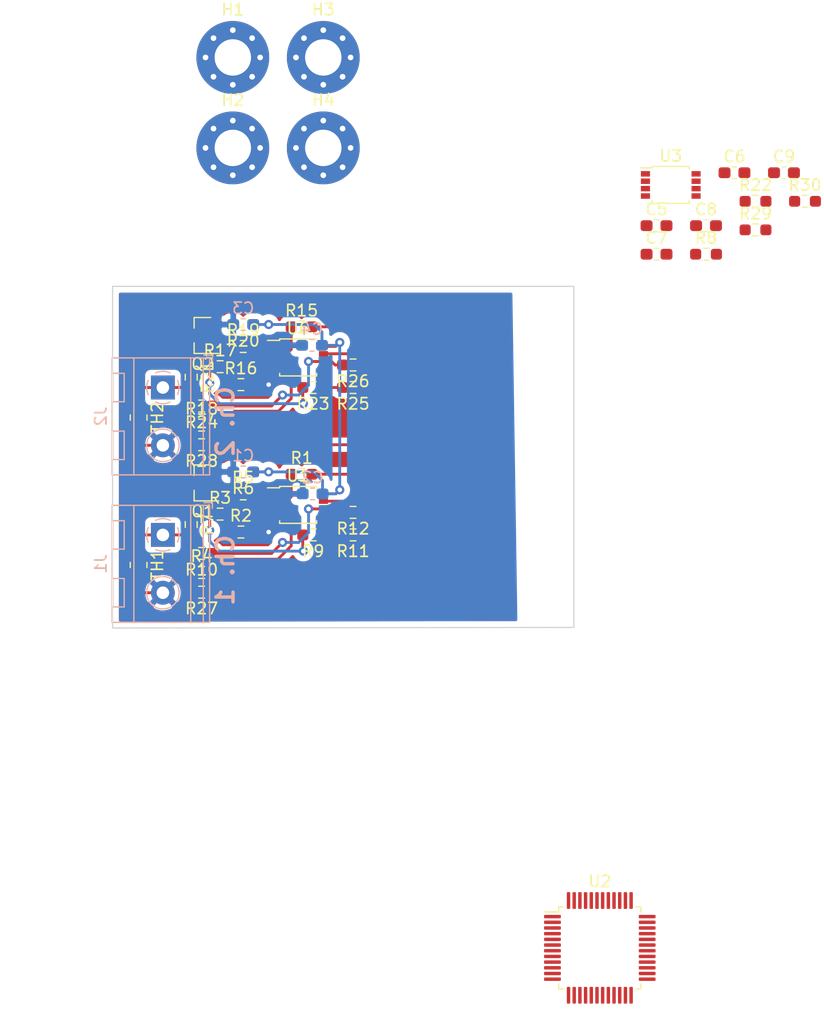
<source format=kicad_pcb>
(kicad_pcb (version 20211014) (generator pcbnew)
  (layers (0 "F.Cu" signal) (31 "B.Cu" signal) (34 "B.Paste" user) (35 "F.Paste" user) (36 "B.SilkS" user "B.Silkscreen") (37 "F.SilkS" user "F.Silkscreen") (38 "B.Mask" user) (39 "F.Mask" user) (44 "Edge.Cuts" user))
  (net 0 "")
  (net 1 "Net-(Q1-Pad3)")
  (net 2 "Net-(Q1-Pad2)")
  (net 3 "Net-(Q1-Pad1)")
  (net 4 "/CurrentSource 1/ISET")
  (net 5 "Net-(R1-Pad1)")
  (net 6 "Net-(R2-Pad1)")
  (net 7 "Net-(R5-Pad2)")
  (net 8 "+24V")
  (net 9 "Net-(R11-Pad2)")
  (net 10 "Net-(R10-Pad1)")
  (net 11 "/CurrentSource 1/IMEAS")
  (net 12 "/Current Source 2/ISET")
  (net 13 "/Current Source 2/IMEAS")
  (net 14 "Net-(U2-Pad48)")
  (net 15 "Net-(U2-Pad47)")
  (net 16 "Net-(U2-Pad46)")
  (net 17 "Net-(U2-Pad45)")
  (net 18 "Net-(U2-Pad44)")
  (net 19 "Net-(U2-Pad43)")
  (net 20 "Net-(U2-Pad42)")
  (net 21 "Net-(U2-Pad41)")
  (net 22 "Net-(U2-Pad40)")
  (net 23 "Net-(U2-Pad39)")
  (net 24 "Net-(U2-Pad38)")
  (net 25 "Net-(U2-Pad37)")
  (net 26 "Net-(U2-Pad36)")
  (net 27 "Net-(U2-Pad35)")
  (net 28 "Net-(U2-Pad34)")
  (net 29 "Net-(U2-Pad33)")
  (net 30 "Net-(U2-Pad32)")
  (net 31 "Net-(U2-Pad31)")
  (net 32 "Net-(U2-Pad30)")
  (net 33 "Net-(U2-Pad29)")
  (net 34 "Net-(U2-Pad28)")
  (net 35 "Net-(U2-Pad27)")
  (net 36 "Net-(U2-Pad26)")
  (net 37 "Net-(U2-Pad25)")
  (net 38 "Net-(U2-Pad24)")
  (net 39 "Net-(U2-Pad23)")
  (net 40 "Net-(U2-Pad22)")
  (net 41 "Net-(U2-Pad21)")
  (net 42 "Net-(U2-Pad20)")
  (net 43 "Net-(U2-Pad19)")
  (net 44 "Net-(U2-Pad18)")
  (net 45 "Net-(U2-Pad17)")
  (net 46 "Net-(U2-Pad16)")
  (net 47 "Net-(U2-Pad15)")
  (net 48 "Net-(U2-Pad14)")
  (net 49 "Net-(U2-Pad13)")
  (net 50 "Net-(U2-Pad12)")
  (net 51 "Net-(U2-Pad11)")
  (net 52 "Net-(U2-Pad10)")
  (net 53 "Net-(U2-Pad9)")
  (net 54 "Net-(U2-Pad8)")
  (net 55 "Net-(U2-Pad7)")
  (net 56 "Net-(U2-Pad6)")
  (net 57 "Net-(U2-Pad5)")
  (net 58 "Net-(U2-Pad4)")
  (net 59 "Net-(U2-Pad3)")
  (net 60 "Net-(U2-Pad2)")
  (net 61 "Net-(U2-Pad1)")
  (net 62 "GND")
  (net 63 "/CurrentSource 1/Iout")
  (net 64 "/Current Source 2/Iout")
  (net 65 "Net-(Q2-Pad1)")
  (net 66 "Net-(Q2-Pad2)")
  (net 67 "Net-(Q2-Pad3)")
  (net 68 "Net-(R15-Pad1)")
  (net 69 "Net-(R16-Pad1)")
  (net 70 "Net-(R19-Pad2)")
  (net 71 "Net-(R23-Pad1)")
  (net 72 "Net-(R24-Pad1)")
  (net 73 "Net-(C5-Pad1)")
  (net 74 "Net-(C6-Pad1)")
  (net 75 "Net-(C7-Pad1)")
  (net 76 "Net-(C8-Pad1)")
  (net 77 "+3V3")
  (net 78 "/PWM Filter/IN1")
  (net 79 "/PWM Filter/IN2")
  (net 80 "/CurrentSource 1/UMEAS")
  (net 81 "/Current Source 2/UMEAS")
  (footprint "Package_TO_SOT_SMD:SOT-23" (layer "F.Cu") (at 111.0996 -9.9568 180)
    (fp_text reference "Q1")
    (fp_text value "BC856")
  )
  (footprint "Resistor_SMD:R_0603_1608Metric_Pad0.98x0.95mm_HandSolder" (layer "F.Cu") (at 119.7864 -10.7188)
    (fp_text reference "R1")
    (fp_text value "1k")
  )
  (footprint "Resistor_SMD:R_0603_1608Metric_Pad0.98x0.95mm_HandSolder" (layer "F.Cu") (at 114.4524 -5.6388)
    (fp_text reference "R2")
    (fp_text value "47k")
  )
  (footprint "Resistor_SMD:R_0603_1608Metric_Pad0.98x0.95mm_HandSolder" (layer "F.Cu") (at 110.998 -2.0828)
    (fp_text reference "R4")
    (fp_text value "47k")
  )
  (footprint "Resistor_SMD:R_0603_1608Metric_Pad0.98x0.95mm_HandSolder" (layer "F.Cu") (at 114.6556 -8.9916)
    (fp_text reference "R5")
    (fp_text value "100")
  )
  (footprint "Resistor_SMD:R_0603_1608Metric_Pad0.98x0.95mm_HandSolder" (layer "F.Cu") (at 114.6556 -10.922 180)
    (fp_text reference "R6")
    (fp_text value "47")
  )
  (footprint "Resistor_SMD:R_0603_1608Metric_Pad0.98x0.95mm_HandSolder" (layer "F.Cu") (at 110.0836 -6.2992 -90)
    (fp_text reference "R7")
    (fp_text value "220")
  )
  (footprint "Resistor_SMD:R_0603_1608Metric_Pad0.98x0.95mm_HandSolder" (layer "F.Cu") (at 120.8024 -5.3848 180)
    (fp_text reference "R9")
    (fp_text value "22k")
  )
  (footprint "Resistor_SMD:R_0603_1608Metric_Pad0.98x0.95mm_HandSolder" (layer "F.Cu") (at 110.998 -3.7592 180)
    (fp_text reference "R10")
    (fp_text value "22k")
  )
  (footprint "Resistor_SMD:R_0603_1608Metric_Pad0.98x0.95mm_HandSolder" (layer "F.Cu") (at 124.3076 -5.3848 180)
    (fp_text reference "R11")
    (fp_text value "10k")
  )
  (footprint "Resistor_SMD:R_0603_1608Metric_Pad0.98x0.95mm_HandSolder" (layer "F.Cu") (at 124.3076 -7.366 180)
    (fp_text reference "R12")
    (fp_text value "10k")
  )
  (footprint "Package_SO:OnSemi_Micro8" (layer "F.Cu") (at 119.4816 -8.0264)
    (fp_text reference "U1")
    (fp_text value "LT1492")
  )
  (footprint "Package_QFP:LQFP-48_7x7mm_P0.5mm" (layer "F.Cu") (at 145.9936 30.9064)
    (fp_text reference "U2")
    (fp_text value "STM32F103C8Tx")
  )
  (footprint "Resistor_SMD:R_0603_1608Metric_Pad0.98x0.95mm_HandSolder" (layer "F.Cu") (at 112.6236 -7.2136)
    (fp_text reference "R3")
    (fp_text value "47k")
  )
  (footprint "Resistor_SMD:R_0603_1608Metric_Pad0.98x0.95mm_HandSolder" (layer "F.Cu") (at 110.998 -0.3556 180)
    (fp_text reference "R27")
    (fp_text value "1k")
  )
  (footprint "Resistor_SMD:R_0603_1608Metric_Pad0.98x0.95mm_HandSolder" (layer "F.Cu") (at 110.998 -16.7132 180)
    (fp_text reference "R24")
    (fp_text value "22k")
  )
  (footprint "Resistor_SMD:R_0603_1608Metric_Pad0.98x0.95mm_HandSolder" (layer "F.Cu") (at 124.3076 -20.32 180)
    (fp_text reference "R26")
    (fp_text value "10k")
  )
  (footprint "Resistor_SMD:R_0603_1608Metric_Pad0.98x0.95mm_HandSolder" (layer "F.Cu") (at 120.8024 -18.3388 180)
    (fp_text reference "R23")
    (fp_text value "22k")
  )
  (footprint "Resistor_SMD:R_0603_1608Metric_Pad0.98x0.95mm_HandSolder" (layer "F.Cu") (at 124.3076 -18.3388 180)
    (fp_text reference "R25")
    (fp_text value "10k")
  )
  (footprint "Resistor_SMD:R_0603_1608Metric_Pad0.98x0.95mm_HandSolder" (layer "F.Cu") (at 110.0836 -19.2532 -90)
    (fp_text reference "R21")
    (fp_text value "220")
  )
  (footprint "Resistor_SMD:R_0603_1608Metric_Pad0.98x0.95mm_HandSolder" (layer "F.Cu") (at 114.6556 -23.876 180)
    (fp_text reference "R20")
    (fp_text value "47")
  )
  (footprint "Package_SO:OnSemi_Micro8" (layer "F.Cu") (at 119.4816 -20.9804)
    (fp_text reference "U6")
    (fp_text value "LT1492")
  )
  (footprint "Resistor_SMD:R_0603_1608Metric_Pad0.98x0.95mm_HandSolder" (layer "F.Cu") (at 112.6236 -20.1676)
    (fp_text reference "R17")
    (fp_text value "47k")
  )
  (footprint "Package_TO_SOT_SMD:SOT-23" (layer "F.Cu") (at 111.0996 -22.9108 180)
    (fp_text reference "Q2")
    (fp_text value "BC856")
  )
  (footprint "Resistor_SMD:R_0603_1608Metric_Pad0.98x0.95mm_HandSolder" (layer "F.Cu") (at 110.998 -15.0368)
    (fp_text reference "R18")
    (fp_text value "47k")
  )
  (footprint "Resistor_SMD:R_0603_1608Metric_Pad0.98x0.95mm_HandSolder" (layer "F.Cu") (at 114.6556 -21.9456)
    (fp_text reference "R19")
    (fp_text value "100")
  )
  (footprint "Resistor_SMD:R_0603_1608Metric_Pad0.98x0.95mm_HandSolder" (layer "F.Cu") (at 114.4524 -18.5928)
    (fp_text reference "R16")
    (fp_text value "47k")
  )
  (footprint "Resistor_SMD:R_0603_1608Metric_Pad0.98x0.95mm_HandSolder" (layer "F.Cu") (at 119.7864 -23.6728)
    (fp_text reference "R15")
    (fp_text value "1k")
  )
  (footprint "Resistor_SMD:R_0603_1608Metric_Pad0.98x0.95mm_HandSolder" (layer "F.Cu") (at 110.998 -13.3096 180)
    (fp_text reference "R28")
    (fp_text value "1k")
  )
  (footprint "Resistor_SMD:R_0805_2012Metric" (layer "F.Cu") (at 105.4608 -2.7432 -90)
    (fp_text reference "TH1")
    (fp_text value "PT100")
  )
  (footprint "Resistor_SMD:R_0805_2012Metric" (layer "F.Cu") (at 105.4608 -15.6972 -90)
    (fp_text reference "TH2")
    (fp_text value "PT100")
  )
  (footprint "MountingHole:MountingHole_3.2mm_M3_Pad_Via" (layer "F.Cu") (at 113.7412 -47.3456)
    (fp_text reference "H1")
    (fp_text value "MountingHole_Pad")
  )
  (footprint "MountingHole:MountingHole_3.2mm_M3_Pad_Via" (layer "F.Cu") (at 113.7412 -39.3956)
    (fp_text reference "H2")
    (fp_text value "MountingHole_Pad")
  )
  (footprint "MountingHole:MountingHole_3.2mm_M3_Pad_Via" (layer "F.Cu") (at 121.6912 -47.3456)
    (fp_text reference "H3")
    (fp_text value "MountingHole_Pad")
  )
  (footprint "MountingHole:MountingHole_3.2mm_M3_Pad_Via" (layer "F.Cu") (at 121.6912 -39.3956)
    (fp_text reference "H4")
    (fp_text value "MountingHole_Pad")
  )
  (footprint "Capacitor_SMD:C_0603_1608Metric_Pad1.05x0.95mm_HandSolder" (layer "F.Cu") (at 150.9776 -32.5628)
    (fp_text reference "C5")
    (fp_text value "C")
  )
  (footprint "Capacitor_SMD:C_0603_1608Metric_Pad1.05x0.95mm_HandSolder" (layer "F.Cu") (at 157.8276 -37.2128)
    (fp_text reference "C6")
    (fp_text value "C")
  )
  (footprint "Capacitor_SMD:C_0603_1608Metric_Pad1.05x0.95mm_HandSolder" (layer "F.Cu") (at 150.9776 -30.0528)
    (fp_text reference "C7")
    (fp_text value "C")
  )
  (footprint "Capacitor_SMD:C_0603_1608Metric_Pad1.05x0.95mm_HandSolder" (layer "F.Cu") (at 155.3276 -32.5628)
    (fp_text reference "C8")
    (fp_text value "C")
  )
  (footprint "Capacitor_SMD:C_0603_1608Metric_Pad1.05x0.95mm_HandSolder" (layer "F.Cu") (at 162.1776 -37.2128)
    (fp_text reference "C9")
    (fp_text value "C")
  )
  (footprint "Resistor_SMD:R_0603_1608Metric_Pad0.98x0.95mm_HandSolder" (layer "F.Cu") (at 155.3276 -30.0528)
    (fp_text reference "R8")
    (fp_text value "1k")
  )
  (footprint "Resistor_SMD:R_0603_1608Metric_Pad0.98x0.95mm_HandSolder" (layer "F.Cu") (at 159.6776 -34.7028)
    (fp_text reference "R22")
    (fp_text value "1k")
  )
  (footprint "Resistor_SMD:R_0603_1608Metric_Pad0.98x0.95mm_HandSolder" (layer "F.Cu") (at 159.6776 -32.1928)
    (fp_text reference "R29")
    (fp_text value "1k")
  )
  (footprint "Resistor_SMD:R_0603_1608Metric_Pad0.98x0.95mm_HandSolder" (layer "F.Cu") (at 164.0276 -34.7028)
    (fp_text reference "R30")
    (fp_text value "1k")
  )
  (footprint "Package_SO:OnSemi_Micro8" (layer "F.Cu") (at 152.2276 -36.1428)
    (fp_text reference "U3")
    (fp_text value "LT1492")
  )
  (footprint "TerminalBlock_RND:TerminalBlock_RND_205-00232_1x02_P5.08mm_Horizontal" (layer "B.Cu") (at 107.5944 -5.3848 -90)
    (fp_text reference "J1")
    (fp_text value "Screw_Terminal_01x02")
  )
  (footprint "TerminalBlock_RND:TerminalBlock_RND_205-00232_1x02_P5.08mm_Horizontal" (layer "B.Cu") (at 107.5944 -18.3388 -90)
    (fp_text reference "J2")
    (fp_text value "Screw_Terminal_01x02")
  )
  (footprint "Capacitor_SMD:C_0603_1608Metric_Pad1.05x0.95mm_HandSolder" (layer "B.Cu") (at 114.6556 -10.922 180)
    (fp_text reference "C1")
    (fp_text value "C")
  )
  (footprint "Capacitor_SMD:C_0603_1608Metric_Pad1.05x0.95mm_HandSolder" (layer "B.Cu") (at 120.7516 -8.9916 180)
    (fp_text reference "C2")
    (fp_text value "C")
  )
  (footprint "Capacitor_SMD:C_0603_1608Metric_Pad1.05x0.95mm_HandSolder" (layer "B.Cu") (at 114.6556 -23.876 180)
    (fp_text reference "C3")
    (fp_text value "C")
  )
  (footprint "Capacitor_SMD:C_0603_1608Metric_Pad1.05x0.95mm_HandSolder" (layer "B.Cu") (at 120.7008 -22.0472 180)
    (fp_text reference "C4")
    (fp_text value "C")
  )
  (gr_line (start 143.7132 2.7432) (end 103.1748 2.794) (layer "Edge.Cuts") (width 0.1))
  (gr_line (start 103.1748 2.794) (end 103.1748 -27.2288) (layer "Edge.Cuts") (width 0.1))
  (gr_line (start 103.1748 -27.2288) (end 143.7132 -27.2288) (layer "Edge.Cuts") (width 0.1))
  (gr_line (start 143.7132 -27.2288) (end 143.7132 2.7432) (layer "Edge.Cuts") (width 0.1))
  (gr_text "Ch. 2" (at 113.0808 -15.3416 90) (layer "B.SilkS") (effects (font (size 1.5 1.5) (thickness 0.3)) (justify mirror)))
  (gr_text "Ch. 1" (at 113.0808 -2.286 90) (layer "B.SilkS") (effects (font (size 1.5 1.5) (thickness 0.3)) (justify mirror)))
  (segment (start 119.8899 -4.0113) (end 119.9388 -3.9624) (width 0.25) (layer "F.Cu") (net 1))
  (segment (start 111.7111 -7.2136) (end 110.0855 -7.2136) (width 0.25) (layer "F.Cu") (net 1))
  (segment (start 110.0836 -9.9408) (end 110.0996 -9.9568) (width 0.25) (layer "F.Cu") (net 1))
  (segment (start 110.0836 -7.2117) (end 110.0836 -9.9408) (width 0.25) (layer "F.Cu") (net 1))
  (segment (start 111.7092 -5.7912) (end 111.7092 -7.2117) (width 0.25) (layer "F.Cu") (net 1))
  (segment (start 111.7092 -7.2117) (end 111.7111 -7.2136) (width 0.25) (layer "F.Cu") (net 1))
  (segment (start 110.0855 -7.2136) (end 110.0836 -7.2117) (width 0.25) (layer "F.Cu") (net 1))
  (segment (start 119.8899 -5.3848) (end 119.8899 -4.0113) (width 0.25) (layer "F.Cu") (net 1))
  (via (at 111.7092 -5.7912) (size 0.8) (drill 0.4) (layers "F.Cu" "B.Cu") (net 1))
  (via (at 119.9388 -3.9624) (size 0.8) (drill 0.4) (layers "F.Cu" "B.Cu") (net 1))
  (segment (start 119.9388 -3.9624) (end 115.062 -3.9624) (width 0.25) (layer "B.Cu") (net 1))
  (segment (start 112.5728 -3.9624) (end 111.7092 -4.826) (width 0.25) (layer "B.Cu") (net 1))
  (segment (start 111.7092 -4.826) (end 111.7092 -5.7912) (width 0.25) (layer "B.Cu") (net 1))
  (segment (start 115.062 -3.9624) (end 112.5728 -3.9624) (width 0.25) (layer "B.Cu") (net 1))
  (segment (start 112.0996 -10.9068) (end 113.7279 -10.9068) (width 0.25) (layer "F.Cu") (net 2))
  (segment (start 113.7279 -10.9068) (end 113.7431 -10.922) (width 0.25) (layer "F.Cu") (net 2))
  (segment (start 112.0996 -9.0068) (end 113.7279 -9.0068) (width 0.25) (layer "F.Cu") (net 3))
  (segment (start 113.7279 -9.0068) (end 113.7431 -8.9916) (width 0.25) (layer "F.Cu") (net 3))
  (segment (start 120.6989 -10.7188) (end 126.9492 -10.7188) (width 0.25) (layer "F.Cu") (net 4))
  (segment (start 118.4858 -8.3514) (end 118.872 -8.7376) (width 0.25) (layer "F.Cu") (net 5))
  (segment (start 113.8936 -3.2512) (end 117.7036 -3.2512) (width 0.25) (layer "F.Cu") (net 5))
  (segment (start 117.7036 -3.2512) (end 118.872 -4.4196) (width 0.25) (layer "F.Cu") (net 5))
  (segment (start 112.7252 -2.0828) (end 113.8936 -3.2512) (width 0.25) (layer "F.Cu") (net 5))
  (segment (start 118.872 -8.7376) (end 118.872 -10.7207) (width 0.25) (layer "F.Cu") (net 5))
  (segment (start 111.8616 -2.0828) (end 112.7252 -2.0828) (width 0.25) (layer "F.Cu") (net 5))
  (segment (start 118.872 -4.4196) (end 118.872 -7.9652) (width 0.25) (layer "F.Cu") (net 5))
  (segment (start 117.2566 -8.3514) (end 118.4858 -8.3514) (width 0.25) (layer "F.Cu") (net 5))
  (segment (start 118.872 -7.9652) (end 118.4858 -8.3514) (width 0.25) (layer "F.Cu") (net 5))
  (segment (start 113.5399 -7.2098) (end 113.5361 -7.2136) (width 0.25) (layer "F.Cu") (net 6))
  (segment (start 113.5361 -7.2136) (end 114.6048 -7.2136) (width 0.25) (layer "F.Cu") (net 6))
  (segment (start 113.5399 -5.6388) (end 113.5399 -7.2098) (width 0.25) (layer "F.Cu") (net 6))
  (segment (start 115.0926 -7.7014) (end 117.2566 -7.7014) (width 0.25) (layer "F.Cu") (net 6))
  (segment (start 114.6048 -7.2136) (end 115.0926 -7.7014) (width 0.25) (layer "F.Cu") (net 6))
  (segment (start 115.5779 -9.0014) (end 115.5681 -8.9916) (width 0.25) (layer "F.Cu") (net 7))
  (segment (start 117.2566 -9.0014) (end 115.5779 -9.0014) (width 0.25) (layer "F.Cu") (net 7))
  (segment (start 116.8908 -23.876) (end 115.5681 -23.876) (width 0.25) (layer "F.Cu") (net 8))
  (segment (start 121.7066 -21.9554) (end 122.7934 -21.9554) (width 0.25) (layer "F.Cu") (net 8))
  (segment (start 122.7934 -21.9554) (end 123.1392 -22.3012) (width 0.25) (layer "F.Cu") (net 8))
  (segment (start 122.7934 -9.0014) (end 123.1392 -9.3472) (width 0.25) (layer "F.Cu") (net 8))
  (segment (start 116.8908 -10.922) (end 115.5681 -10.922) (width 0.25) (layer "F.Cu") (net 8))
  (segment (start 121.7066 -9.0014) (end 122.7934 -9.0014) (width 0.25) (layer "F.Cu") (net 8))
  (via (at 116.8908 -23.876) (size 0.8) (drill 0.4) (layers "F.Cu" "B.Cu") (net 8))
  (via (at 123.1392 -22.3012) (size 0.8) (drill 0.4) (layers "F.Cu" "B.Cu") (net 8))
  (via (at 116.8908 -10.922) (size 0.8) (drill 0.4) (layers "F.Cu" "B.Cu") (net 8))
  (via (at 123.1392 -9.3472) (size 0.8) (drill 0.4) (layers "F.Cu" "B.Cu") (net 8))
  (segment (start 120.904 -23.876) (end 115.5306 -23.876) (width 0.25) (layer "B.Cu") (net 8))
  (segment (start 123.1392 -22.3012) (end 123.1392 -9.3472) (width 0.25) (layer "B.Cu") (net 8))
  (segment (start 121.5758 -22.0472) (end 122.8852 -22.0472) (width 0.25) (layer "B.Cu") (net 8))
  (segment (start 121.5758 -23.2042) (end 120.904 -23.876) (width 0.25) (layer "B.Cu") (net 8))
  (segment (start 122.8852 -22.0472) (end 123.1392 -22.3012) (width 0.25) (layer "B.Cu") (net 8))
  (segment (start 123.1392 -9.3472) (end 122.7836 -8.9916) (width 0.25) (layer "B.Cu") (net 8))
  (segment (start 121.6266 -10.1486) (end 120.8532 -10.922) (width 0.25) (layer "B.Cu") (net 8))
  (segment (start 120.8532 -10.922) (end 116.8908 -10.922) (width 0.25) (layer "B.Cu") (net 8))
  (segment (start 122.7836 -8.9916) (end 121.6266 -8.9916) (width 0.25) (layer "B.Cu") (net 8))
  (segment (start 121.5758 -22.0472) (end 121.5758 -23.2042) (width 0.25) (layer "B.Cu") (net 8))
  (segment (start 121.6266 -8.9916) (end 121.6266 -10.1486) (width 0.25) (layer "B.Cu") (net 8))
  (segment (start 115.5306 -10.922) (end 116.8908 -10.922) (width 0.25) (layer "B.Cu") (net 8))
  (segment (start 121.7066 -5.3931) (end 121.7149 -5.3848) (width 0.25) (layer "F.Cu") (net 9))
  (segment (start 121.7066 -7.0514) (end 121.7066 -5.3931) (width 0.25) (layer "F.Cu") (net 9))
  (segment (start 121.7149 -5.3848) (end 123.3951 -5.3848) (width 0.25) (layer "F.Cu") (net 9))
  (segment (start 122.3974 -7.7014) (end 122.7328 -7.366) (width 0.25) (layer "F.Cu") (net 10))
  (segment (start 117.1448 -3.7592) (end 111.9105 -3.7592) (width 0.25) (layer "F.Cu") (net 10))
  (segment (start 122.7328 -7.366) (end 123.3951 -7.366) (width 0.25) (layer "F.Cu") (net 10))
  (segment (start 120.396 -7.6708) (end 121.676 -7.6708) (width 0.25) (layer "F.Cu") (net 10))
  (segment (start 121.676 -7.6708) (end 121.7066 -7.7014) (width 0.25) (layer "F.Cu") (net 10))
  (segment (start 118.11 -4.7244) (end 117.1448 -3.7592) (width 0.25) (layer "F.Cu") (net 10))
  (segment (start 121.7066 -7.7014) (end 122.3974 -7.7014) (width 0.25) (layer "F.Cu") (net 10))
  (via (at 120.396 -7.6708) (size 0.8) (drill 0.4) (layers "F.Cu" "B.Cu") (net 10))
  (via (at 118.11 -4.7244) (size 0.8) (drill 0.4) (layers "F.Cu" "B.Cu") (net 10))
  (segment (start 120.396 -5.588) (end 120.396 -7.6708) (width 0.25) (layer "B.Cu") (net 10))
  (segment (start 119.5324 -4.7244) (end 120.396 -5.588) (width 0.25) (layer "B.Cu") (net 10))
  (segment (start 118.11 -4.7244) (end 119.5324 -4.7244) (width 0.25) (layer "B.Cu") (net 10))
  (segment (start 125.2201 -7.366) (end 126.9492 -7.366) (width 0.25) (layer "F.Cu") (net 11))
  (segment (start 124.8462 -8.3514) (end 125.2201 -7.9775) (width 0.25) (layer "F.Cu") (net 11))
  (segment (start 125.2201 -7.9775) (end 125.2201 -7.366) (width 0.25) (layer "F.Cu") (net 11))
  (segment (start 121.7066 -8.3514) (end 124.8462 -8.3514) (width 0.25) (layer "F.Cu") (net 11))
  (segment (start 120.6989 -23.6728) (end 126.9492 -23.6728) (width 0.25) (layer "F.Cu") (net 12))
  (segment (start 125.2201 -20.32) (end 126.9492 -20.32) (width 0.25) (layer "F.Cu") (net 13))
  (segment (start 125.2201 -20.9315) (end 125.2201 -20.32) (width 0.25) (layer "F.Cu") (net 13))
  (segment (start 121.7066 -21.3054) (end 124.8462 -21.3054) (width 0.25) (layer "F.Cu") (net 13))
  (segment (start 124.8462 -21.3054) (end 125.2201 -20.9315) (width 0.25) (layer "F.Cu") (net 13))
  (segment (start 115.3649 -19.7085) (end 115.3649 -18.5928) (width 0.25) (layer "F.Cu") (net 62))
  (segment (start 115.6618 -20.0054) (end 115.3649 -19.7085) (width 0.25) (layer "F.Cu") (net 62))
  (segment (start 117.2566 -20.0054) (end 115.6618 -20.0054) (width 0.25) (layer "F.Cu") (net 62))
  (segment (start 105.4608 -14.9371) (end 105.4608 -13.462) (width 0.25) (layer "F.Cu") (net 62))
  (segment (start 105.4608 -13.462) (end 105.664 -13.2588) (width 0.25) (layer "F.Cu") (net 62))
  (segment (start 105.664 -13.2588) (end 107.5944 -13.2588) (width 0.25) (layer "F.Cu") (net 62))
  (segment (start 115.6618 -7.0514) (end 115.3649 -6.7545) (width 0.25) (layer "F.Cu") (net 62))
  (segment (start 105.4608 -1.9831) (end 105.4608 -0.508) (width 0.25) (layer "F.Cu") (net 62))
  (segment (start 115.3649 -6.7545) (end 115.3649 -5.6388) (width 0.25) (layer "F.Cu") (net 62))
  (segment (start 105.4608 -0.508) (end 105.664 -0.3048) (width 0.25) (layer "F.Cu") (net 62))
  (segment (start 117.2566 -7.0514) (end 115.6618 -7.0514) (width 0.25) (layer "F.Cu") (net 62))
  (segment (start 105.664 -0.3048) (end 107.5944 -0.3048) (width 0.25) (layer "F.Cu") (net 62))
  (via (at 116.8908 -18.5928) (size 0.8) (drill 0.4) (layers "F.Cu" "B.Cu") (net 62))
  (via (at 116.8908 -5.6388) (size 0.8) (drill 0.4) (layers "F.Cu" "B.Cu") (net 62))
  (segment (start 105.4608 -3.8081) (end 105.4608 -5.1816) (width 0.25) (layer "F.Cu") (net 63))
  (segment (start 105.4608 -5.1816) (end 105.664 -5.3848) (width 0.25) (layer "F.Cu") (net 63))
  (segment (start 110.0855 -2.0828) (end 110.0855 -0.3556) (width 0.25) (layer "F.Cu") (net 63))
  (segment (start 107.5963 -5.3867) (end 107.5944 -5.3848) (width 0.25) (layer "F.Cu") (net 63))
  (segment (start 110.0836 -2.0847) (end 110.0855 -2.0828) (width 0.25) (layer "F.Cu") (net 63))
  (segment (start 110.0836 -5.3867) (end 107.5963 -5.3867) (width 0.25) (layer "F.Cu") (net 63))
  (segment (start 110.0855 -2.1317) (end 110.0366 -2.0828) (width 0.25) (layer "F.Cu") (net 63))
  (segment (start 110.0836 -5.3867) (end 110.0836 -2.0847) (width 0.25) (layer "F.Cu") (net 63))
  (segment (start 105.664 -5.3848) (end 107.5944 -5.3848) (width 0.25) (layer "F.Cu") (net 63))
  (segment (start 107.5963 -18.3407) (end 107.5944 -18.3388) (width 0.25) (layer "F.Cu") (net 64))
  (segment (start 110.0836 -18.3407) (end 107.5963 -18.3407) (width 0.25) (layer "F.Cu") (net 64))
  (segment (start 110.0836 -15.0387) (end 110.0855 -15.0368) (width 0.25) (layer "F.Cu") (net 64))
  (segment (start 110.0836 -18.3407) (end 110.0836 -15.0387) (width 0.25) (layer "F.Cu") (net 64))
  (segment (start 110.0855 -15.0368) (end 110.0855 -13.3096) (width 0.25) (layer "F.Cu") (net 64))
  (segment (start 110.0855 -15.0857) (end 110.0366 -15.0368) (width 0.25) (layer "F.Cu") (net 64))
  (segment (start 105.4608 -16.7621) (end 105.4608 -18.1356) (width 0.25) (layer "F.Cu") (net 64))
  (segment (start 105.4608 -18.1356) (end 105.664 -18.3388) (width 0.25) (layer "F.Cu") (net 64))
  (segment (start 105.664 -18.3388) (end 107.5944 -18.3388) (width 0.25) (layer "F.Cu") (net 64))
  (segment (start 113.7279 -21.9608) (end 113.7431 -21.9456) (width 0.25) (layer "F.Cu") (net 65))
  (segment (start 112.0996 -21.9608) (end 113.7279 -21.9608) (width 0.25) (layer "F.Cu") (net 65))
  (segment (start 112.0996 -23.8608) (end 113.7279 -23.8608) (width 0.25) (layer "F.Cu") (net 66))
  (segment (start 113.7279 -23.8608) (end 113.7431 -23.876) (width 0.25) (layer "F.Cu") (net 66))
  (segment (start 110.0836 -20.1657) (end 110.0836 -22.8948) (width 0.25) (layer "F.Cu") (net 67))
  (segment (start 110.0836 -22.8948) (end 110.0996 -22.9108) (width 0.25) (layer "F.Cu") (net 67))
  (segment (start 119.8899 -16.9653) (end 119.9388 -16.9164) (width 0.25) (layer "F.Cu") (net 67))
  (segment (start 119.8899 -18.3388) (end 119.8899 -16.9653) (width 0.25) (layer "F.Cu") (net 67))
  (segment (start 111.7092 -20.1657) (end 111.7111 -20.1676) (width 0.25) (layer "F.Cu") (net 67))
  (segment (start 111.7092 -18.7452) (end 111.7092 -20.1657) (width 0.25) (layer "F.Cu") (net 67))
  (segment (start 110.0855 -20.1676) (end 110.0836 -20.1657) (width 0.25) (layer "F.Cu") (net 67))
  (segment (start 111.7111 -20.1676) (end 110.0855 -20.1676) (width 0.25) (layer "F.Cu") (net 67))
  (via (at 119.9388 -16.9164) (size 0.8) (drill 0.4) (layers "F.Cu" "B.Cu") (net 67))
  (via (at 111.7092 -18.7452) (size 0.8) (drill 0.4) (layers "F.Cu" "B.Cu") (net 67))
  (segment (start 119.9388 -16.9164) (end 115.062 -16.9164) (width 0.25) (layer "B.Cu") (net 67))
  (segment (start 112.5728 -16.9164) (end 111.7092 -17.78) (width 0.25) (layer "B.Cu") (net 67))
  (segment (start 111.7092 -17.78) (end 111.7092 -18.7452) (width 0.25) (layer "B.Cu") (net 67))
  (segment (start 115.062 -16.9164) (end 112.5728 -16.9164) (width 0.25) (layer "B.Cu") (net 67))
  (segment (start 118.872 -21.6916) (end 118.872 -23.6747) (width 0.25) (layer "F.Cu") (net 68))
  (segment (start 117.2566 -21.3054) (end 118.4858 -21.3054) (width 0.25) (layer "F.Cu") (net 68))
  (segment (start 118.4858 -21.3054) (end 118.872 -21.6916) (width 0.25) (layer "F.Cu") (net 68))
  (segment (start 111.8616 -15.0368) (end 112.6744 -15.0368) (width 0.25) (layer "F.Cu") (net 68))
  (segment (start 112.6744 -15.0368) (end 113.8936 -16.256) (width 0.25) (layer "F.Cu") (net 68))
  (segment (start 113.8936 -16.256) (end 117.7544 -16.256) (width 0.25) (layer "F.Cu") (net 68))
  (segment (start 117.7544 -16.256) (end 118.872 -17.3736) (width 0.25) (layer "F.Cu") (net 68))
  (segment (start 118.872 -17.3736) (end 118.872 -20.9192) (width 0.25) (layer "F.Cu") (net 68))
  (segment (start 118.872 -20.9192) (end 118.4858 -21.3054) (width 0.25) (layer "F.Cu") (net 68))
  (segment (start 115.0926 -20.6554) (end 117.2566 -20.6554) (width 0.25) (layer "F.Cu") (net 69))
  (segment (start 114.6048 -20.1676) (end 115.0926 -20.6554) (width 0.25) (layer "F.Cu") (net 69))
  (segment (start 113.5361 -20.1676) (end 114.6048 -20.1676) (width 0.25) (layer "F.Cu") (net 69))
  (segment (start 113.5399 -20.1638) (end 113.5361 -20.1676) (width 0.25) (layer "F.Cu") (net 69))
  (segment (start 113.5399 -18.5928) (end 113.5399 -20.1638) (width 0.25) (layer "F.Cu") (net 69))
  (segment (start 115.5779 -21.9554) (end 115.5681 -21.9456) (width 0.25) (layer "F.Cu") (net 70))
  (segment (start 117.2566 -21.9554) (end 115.5779 -21.9554) (width 0.25) (layer "F.Cu") (net 70))
  (segment (start 121.7066 -20.0054) (end 121.7066 -18.3471) (width 0.25) (layer "F.Cu") (net 71))
  (segment (start 121.7066 -18.3471) (end 121.7149 -18.3388) (width 0.25) (layer "F.Cu") (net 71))
  (segment (start 121.7149 -18.3388) (end 123.3951 -18.3388) (width 0.25) (layer "F.Cu") (net 71))
  (segment (start 122.7328 -20.32) (end 123.3951 -20.32) (width 0.25) (layer "F.Cu") (net 72))
  (segment (start 122.3974 -20.6554) (end 122.7328 -20.32) (width 0.25) (layer "F.Cu") (net 72))
  (segment (start 121.7066 -20.6554) (end 122.3974 -20.6554) (width 0.25) (layer "F.Cu") (net 72))
  (segment (start 121.676 -20.6248) (end 121.7066 -20.6554) (width 0.25) (layer "F.Cu") (net 72))
  (segment (start 120.396 -20.6248) (end 121.676 -20.6248) (width 0.25) (layer "F.Cu") (net 72))
  (segment (start 118.11 -17.6784) (end 117.1448 -16.7132) (width 0.25) (layer "F.Cu") (net 72))
  (segment (start 117.1448 -16.7132) (end 111.9105 -16.7132) (width 0.25) (layer "F.Cu") (net 72))
  (via (at 120.396 -20.6248) (size 0.8) (drill 0.4) (layers "F.Cu" "B.Cu") (net 72))
  (via (at 118.11 -17.6784) (size 0.8) (drill 0.4) (layers "F.Cu" "B.Cu") (net 72))
  (segment (start 120.396 -18.542) (end 120.396 -20.6248) (width 0.25) (layer "B.Cu") (net 72))
  (segment (start 118.11 -17.6784) (end 119.5324 -17.6784) (width 0.25) (layer "B.Cu") (net 72))
  (segment (start 119.5324 -17.6784) (end 120.396 -18.542) (width 0.25) (layer "B.Cu") (net 72))
  (segment (start 111.9105 -0.3556) (end 126.9492 -0.3556) (width 0.25) (layer "F.Cu") (net 80))
  (segment (start 111.9105 -13.3096) (end 126.9492 -13.3096) (width 0.25) (layer "F.Cu") (net 81))
  (zone (net 62) (net_name "GND") (layer "F.Cu") (connect_pads (clearance 0.508)) (min_thickness 0.254) (fill yes (thermal_gap 0.508) (thermal_bridge_width 0.508))
    (polygon (pts (xy 138.7348 4.572) (xy 99.568 4.572) (xy 99.5172 -28.6512) (xy 138.2268 -28.6512)))
  )
  (zone (net 62) (net_name "GND") (layer "B.Cu") (connect_pads (clearance 0.508)) (min_thickness 0.254) (fill yes (thermal_gap 0.508) (thermal_bridge_width 0.508))
    (polygon (pts (xy 138.7856 4.5212) (xy 99.6188 4.5212) (xy 99.568 -28.702) (xy 138.2776 -28.702)))
  )
)
</source>
